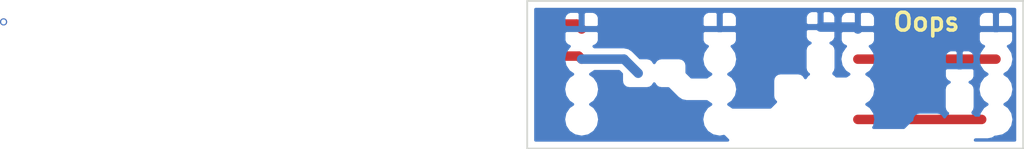
<source format=kicad_pcb>
(kicad_pcb (version 4) (host pcbnew 4.0.7)

  (general
    (links 28)
    (no_connects 0)
    (area 132.004999 87.554999 173.811001 100.151001)
    (thickness 1.6)
    (drawings 7)
    (tracks 44)
    (zones 0)
    (modules 13)
    (nets 7)
  )

  (page A4)
  (layers
    (0 F.Cu signal)
    (31 B.Cu signal)
    (32 B.Adhes user)
    (33 F.Adhes user)
    (34 B.Paste user)
    (35 F.Paste user)
    (36 B.SilkS user)
    (37 F.SilkS user)
    (38 B.Mask user)
    (39 F.Mask user)
    (40 Dwgs.User user)
    (41 Cmts.User user)
    (42 Eco1.User user)
    (43 Eco2.User user)
    (44 Edge.Cuts user)
    (45 Margin user)
    (46 B.CrtYd user)
    (47 F.CrtYd user)
    (48 B.Fab user)
    (49 F.Fab user)
  )

  (setup
    (last_trace_width 0.8)
    (user_trace_width 0.8)
    (trace_clearance 0.2)
    (zone_clearance 0.508)
    (zone_45_only no)
    (trace_min 0.2)
    (segment_width 0.2)
    (edge_width 0.15)
    (via_size 0.6)
    (via_drill 0.4)
    (via_min_size 0.4)
    (via_min_drill 0.3)
    (uvia_size 0.3)
    (uvia_drill 0.1)
    (uvias_allowed no)
    (uvia_min_size 0.2)
    (uvia_min_drill 0.1)
    (pcb_text_width 0.3)
    (pcb_text_size 1.5 1.5)
    (mod_edge_width 0.15)
    (mod_text_size 1 1)
    (mod_text_width 0.15)
    (pad_size 1.524 1.524)
    (pad_drill 0.762)
    (pad_to_mask_clearance 0.2)
    (aux_axis_origin 0 0)
    (visible_elements FFFFFF7F)
    (pcbplotparams
      (layerselection 0x00030_80000001)
      (usegerberextensions false)
      (excludeedgelayer true)
      (linewidth 0.100000)
      (plotframeref false)
      (viasonmask false)
      (mode 1)
      (useauxorigin false)
      (hpglpennumber 1)
      (hpglpenspeed 20)
      (hpglpendiameter 15)
      (hpglpenoverlay 2)
      (psnegative false)
      (psa4output false)
      (plotreference true)
      (plotvalue true)
      (plotinvisibletext false)
      (padsonsilk false)
      (subtractmaskfromsilk false)
      (outputformat 1)
      (mirror false)
      (drillshape 1)
      (scaleselection 1)
      (outputdirectory ""))
  )

  (net 0 "")
  (net 1 GND)
  (net 2 /BUS_B)
  (net 3 /BUS_A)
  (net 4 VCC)
  (net 5 /BUS_D)
  (net 6 /BUS_C)

  (net_class Default "This is the default net class."
    (clearance 0.2)
    (trace_width 0.25)
    (via_dia 0.6)
    (via_drill 0.4)
    (uvia_dia 0.3)
    (uvia_drill 0.1)
    (add_net /BUS_A)
    (add_net /BUS_B)
    (add_net /BUS_C)
    (add_net /BUS_D)
    (add_net GND)
    (add_net VCC)
  )

  (gr_text Oops (at 165.608 89.408) (layer F.SilkS)
    (effects (font (size 1.5 1.5) (thickness 0.3)))
  )
  (gr_line (start 173.736 87.63) (end 132.08 87.63) (layer Edge.Cuts) (width 0.15))
  (gr_line (start 173.736 100.076) (end 173.736 87.63) (layer Edge.Cuts) (width 0.15))
  (gr_line (start 132.08 100.076) (end 173.736 100.076) (layer Edge.Cuts) (width 0.15))
  (gr_line (start 132.08 87.63) (end 132.08 100.076) (layer Edge.Cuts) (width 0.15))

  (via (at 88.1 89.4) (size 0.6) (drill 0.4) (layers F.Cu B.Cu) (net 1))
  (segment (start 156.718 89.836) (end 159.686666 89.836) (width 0.8) (layer B.Cu) (net 1))
  (segment (start 159.686666 89.836) (end 159.850666 90) (width 0.8) (layer B.Cu) (net 1))
  (segment (start 133.604 89.582) (end 136.234 89.582) (width 0.8) (layer F.Cu) (net 1))
  (segment (start 136.234 89.582) (end 136.652 90) (width 0.8) (layer F.Cu) (net 1))
  (segment (start 136.652 92.54) (end 140.212 92.54) (width 0.8) (layer B.Cu) (net 2))
  (segment (start 140.212 92.54) (end 141.398 93.726) (width 0.8) (layer B.Cu) (net 2))
  (segment (start 133.604 92.282) (end 136.394 92.282) (width 0.8) (layer F.Cu) (net 2))
  (segment (start 136.394 92.282) (end 136.652 92.54) (width 0.8) (layer F.Cu) (net 2))
  (segment (start 133.604 94.916) (end 133.604 92.282) (width 0.8) (layer F.Cu) (net 2))
  (segment (start 159.850666 92.54) (end 171.449999 92.54) (width 0.8) (layer F.Cu) (net 2))
  (segment (start 170.247918 97.62) (end 159.850666 97.62) (width 0.8) (layer F.Cu) (net 6))

  (zone (net 1) (net_name GND) (layer B.Cu) (tstamp 0) (hatch edge 0.508)
    (connect_pads (clearance 0.508))
    (min_thickness 0.254)
    (fill yes (arc_segments 16) (thermal_gap 0.508) (thermal_bridge_width 0.508))
    (polygon
      (pts
        (xy 132.08 87.63) (xy 132.08 100.076) (xy 173.736 100.076) (xy 173.736 87.63)
      )
    )
    (filled_polygon
      (pts
        (xy 173.026 99.366) (xy 169.714933 99.366) (xy 169.737481 99.333) (xy 170.771994 99.333) (xy 170.771999 99.333001)
        (xy 171.168076 99.254215) (xy 171.398164 99.100476) (xy 171.420906 99.105) (xy 171.479092 99.105) (xy 172.047377 98.991961)
        (xy 172.529146 98.670054) (xy 172.851053 98.188285) (xy 172.964092 97.62) (xy 172.851053 97.051715) (xy 172.529146 96.569946)
        (xy 172.199973 96.35) (xy 172.529146 96.130054) (xy 172.851053 95.648285) (xy 172.964092 95.08) (xy 172.851053 94.511715)
        (xy 172.529146 94.029946) (xy 172.199973 93.81) (xy 172.529146 93.590054) (xy 172.851053 93.108285) (xy 172.964092 92.54)
        (xy 172.851053 91.971715) (xy 172.529146 91.489946) (xy 172.485222 91.460597) (xy 172.659697 91.388327) (xy 172.838326 91.209699)
        (xy 172.934999 90.97631) (xy 172.934999 90.28575) (xy 172.776249 90.127) (xy 171.576999 90.127) (xy 171.576999 90.147)
        (xy 171.322999 90.147) (xy 171.322999 90.127) (xy 170.123749 90.127) (xy 169.964999 90.28575) (xy 169.964999 90.97631)
        (xy 170.061672 91.209699) (xy 170.240301 91.388327) (xy 170.414776 91.460597) (xy 170.370852 91.489946) (xy 170.048945 91.971715)
        (xy 169.935906 92.54) (xy 170.048945 93.108285) (xy 170.370852 93.590054) (xy 170.700025 93.81) (xy 170.370852 94.029946)
        (xy 170.048945 94.511715) (xy 169.935906 95.08) (xy 170.048945 95.648285) (xy 170.370852 96.130054) (xy 170.700025 96.35)
        (xy 170.370852 96.569946) (xy 170.048945 97.051715) (xy 170.006918 97.263) (xy 169.738844 97.263) (xy 169.69609 97.196559)
        (xy 169.517 97.074192) (xy 169.517 97.032246) (xy 169.648431 96.83989) (xy 169.69944 96.588) (xy 169.69944 95.088)
        (xy 169.655162 94.852683) (xy 169.51609 94.636559) (xy 169.30389 94.491569) (xy 169.27051 94.484809) (xy 169.411699 94.426327)
        (xy 169.590327 94.247698) (xy 169.687 94.014309) (xy 169.687 93.42375) (xy 169.52825 93.265) (xy 168.529 93.265)
        (xy 168.529 93.285) (xy 168.275 93.285) (xy 168.275 93.265) (xy 167.27575 93.265) (xy 167.117 93.42375)
        (xy 167.117 94.014309) (xy 167.213673 94.247698) (xy 167.392301 94.426327) (xy 167.528287 94.482654) (xy 167.516683 94.484838)
        (xy 167.300559 94.62391) (xy 167.155569 94.83611) (xy 167.10456 95.088) (xy 167.10456 96.588) (xy 167.148838 96.823317)
        (xy 167.28791 97.039441) (xy 167.393234 97.111406) (xy 167.280559 97.18391) (xy 167.135569 97.39611) (xy 167.132919 97.409197)
        (xy 166.99609 97.196559) (xy 166.78389 97.051569) (xy 166.532 97.00056) (xy 165.032 97.00056) (xy 164.796683 97.044838)
        (xy 164.580559 97.18391) (xy 164.435569 97.39611) (xy 164.38456 97.648) (xy 164.38456 97.66708) (xy 164.244599 97.760599)
        (xy 163.705198 98.3) (xy 161.177075 98.3) (xy 161.25172 98.188285) (xy 161.364759 97.62) (xy 161.25172 97.051715)
        (xy 160.929813 96.569946) (xy 160.60064 96.35) (xy 160.929813 96.130054) (xy 161.25172 95.648285) (xy 161.364759 95.08)
        (xy 161.25172 94.511715) (xy 160.929813 94.029946) (xy 160.60064 93.81) (xy 160.929813 93.590054) (xy 161.25172 93.108285)
        (xy 161.364759 92.54) (xy 161.3094 92.261691) (xy 167.117 92.261691) (xy 167.117 92.85225) (xy 167.27575 93.011)
        (xy 168.275 93.011) (xy 168.275 91.91175) (xy 168.529 91.91175) (xy 168.529 93.011) (xy 169.52825 93.011)
        (xy 169.687 92.85225) (xy 169.687 92.261691) (xy 169.590327 92.028302) (xy 169.411699 91.849673) (xy 169.17831 91.753)
        (xy 168.68775 91.753) (xy 168.529 91.91175) (xy 168.275 91.91175) (xy 168.11625 91.753) (xy 167.62569 91.753)
        (xy 167.392301 91.849673) (xy 167.213673 92.028302) (xy 167.117 92.261691) (xy 161.3094 92.261691) (xy 161.25172 91.971715)
        (xy 160.929813 91.489946) (xy 160.885889 91.460597) (xy 161.060364 91.388327) (xy 161.238993 91.209699) (xy 161.335666 90.97631)
        (xy 161.335666 90.28575) (xy 161.176916 90.127) (xy 159.977666 90.127) (xy 159.977666 90.147) (xy 159.723666 90.147)
        (xy 159.723666 90.127) (xy 158.524416 90.127) (xy 158.365666 90.28575) (xy 158.365666 90.97631) (xy 158.462339 91.209699)
        (xy 158.640968 91.388327) (xy 158.815443 91.460597) (xy 158.771519 91.489946) (xy 158.449612 91.971715) (xy 158.336573 92.54)
        (xy 158.449612 93.108285) (xy 158.771519 93.590054) (xy 159.100692 93.81) (xy 158.874704 93.961) (xy 158.054844 93.961)
        (xy 158.01209 93.894559) (xy 157.833 93.772192) (xy 157.833 93.730246) (xy 157.964431 93.53789) (xy 158.01544 93.286)
        (xy 158.01544 91.786) (xy 157.971162 91.550683) (xy 157.83209 91.334559) (xy 157.61989 91.189569) (xy 157.58651 91.182809)
        (xy 157.727699 91.124327) (xy 157.906327 90.945698) (xy 158.003 90.712309) (xy 158.003 90.12175) (xy 157.84425 89.963)
        (xy 156.845 89.963) (xy 156.845 89.983) (xy 156.591 89.983) (xy 156.591 89.963) (xy 155.59175 89.963)
        (xy 155.433 90.12175) (xy 155.433 90.712309) (xy 155.529673 90.945698) (xy 155.708301 91.124327) (xy 155.844287 91.180654)
        (xy 155.832683 91.182838) (xy 155.616559 91.32191) (xy 155.471569 91.53411) (xy 155.42056 91.786) (xy 155.42056 93.286)
        (xy 155.464838 93.521317) (xy 155.60391 93.737441) (xy 155.709234 93.809406) (xy 155.596559 93.88191) (xy 155.451569 94.09411)
        (xy 155.448919 94.107197) (xy 155.31209 93.894559) (xy 155.09989 93.749569) (xy 154.848 93.69856) (xy 153.348 93.69856)
        (xy 153.112683 93.742838) (xy 152.896559 93.88191) (xy 152.751569 94.09411) (xy 152.70056 94.346) (xy 152.70056 95.646)
        (xy 152.744838 95.881317) (xy 152.88391 96.097441) (xy 152.942687 96.137602) (xy 152.495288 96.585) (xy 149.340539 96.585)
        (xy 149.33048 96.569946) (xy 149.001307 96.35) (xy 149.33048 96.130054) (xy 149.652387 95.648285) (xy 149.765426 95.08)
        (xy 149.652387 94.511715) (xy 149.33048 94.029946) (xy 149.001307 93.81) (xy 149.33048 93.590054) (xy 149.652387 93.108285)
        (xy 149.765426 92.54) (xy 149.652387 91.971715) (xy 149.33048 91.489946) (xy 149.286556 91.460597) (xy 149.461031 91.388327)
        (xy 149.63966 91.209699) (xy 149.736333 90.97631) (xy 149.736333 90.28575) (xy 149.577583 90.127) (xy 148.378333 90.127)
        (xy 148.378333 90.147) (xy 148.124333 90.147) (xy 148.124333 90.127) (xy 146.925083 90.127) (xy 146.766333 90.28575)
        (xy 146.766333 90.97631) (xy 146.863006 91.209699) (xy 147.041635 91.388327) (xy 147.21611 91.460597) (xy 147.172186 91.489946)
        (xy 146.850279 91.971715) (xy 146.73724 92.54) (xy 146.850279 93.108285) (xy 147.172186 93.590054) (xy 147.501359 93.81)
        (xy 147.172186 94.029946) (xy 147.162127 94.045) (xy 145.880711 94.045) (xy 145.49544 93.659728) (xy 145.49544 93.076)
        (xy 145.451162 92.840683) (xy 145.31209 92.624559) (xy 145.09989 92.479569) (xy 144.848 92.42856) (xy 143.348 92.42856)
        (xy 143.112683 92.472838) (xy 142.896559 92.61191) (xy 142.751569 92.82411) (xy 142.748919 92.837197) (xy 142.61209 92.624559)
        (xy 142.39989 92.479569) (xy 142.148 92.42856) (xy 141.564271 92.42856) (xy 140.943856 91.808144) (xy 140.608077 91.583785)
        (xy 140.212 91.504999) (xy 140.211995 91.505) (xy 137.741206 91.505) (xy 137.731147 91.489946) (xy 137.687223 91.460597)
        (xy 137.861698 91.388327) (xy 138.040327 91.209699) (xy 138.137 90.97631) (xy 138.137 90.28575) (xy 137.97825 90.127)
        (xy 136.779 90.127) (xy 136.779 90.147) (xy 136.525 90.147) (xy 136.525 90.127) (xy 135.32575 90.127)
        (xy 135.167 90.28575) (xy 135.167 90.97631) (xy 135.263673 91.209699) (xy 135.442302 91.388327) (xy 135.616777 91.460597)
        (xy 135.572853 91.489946) (xy 135.250946 91.971715) (xy 135.137907 92.54) (xy 135.250946 93.108285) (xy 135.572853 93.590054)
        (xy 135.902026 93.81) (xy 135.572853 94.029946) (xy 135.250946 94.511715) (xy 135.137907 95.08) (xy 135.250946 95.648285)
        (xy 135.572853 96.130054) (xy 135.902026 96.35) (xy 135.572853 96.569946) (xy 135.250946 97.051715) (xy 135.137907 97.62)
        (xy 135.250946 98.188285) (xy 135.572853 98.670054) (xy 136.054622 98.991961) (xy 136.622907 99.105) (xy 136.681093 99.105)
        (xy 137.249378 98.991961) (xy 137.731147 98.670054) (xy 138.053054 98.188285) (xy 138.166093 97.62) (xy 138.053054 97.051715)
        (xy 137.731147 96.569946) (xy 137.401974 96.35) (xy 137.731147 96.130054) (xy 138.053054 95.648285) (xy 138.166093 95.08)
        (xy 138.053054 94.511715) (xy 137.731147 94.029946) (xy 137.401974 93.81) (xy 137.731147 93.590054) (xy 137.741206 93.575)
        (xy 139.783288 93.575) (xy 140.00056 93.792272) (xy 140.00056 94.376) (xy 140.044838 94.611317) (xy 140.18391 94.827441)
        (xy 140.39611 94.972431) (xy 140.648 95.02344) (xy 142.148 95.02344) (xy 142.383317 94.979162) (xy 142.599441 94.84009)
        (xy 142.744431 94.62789) (xy 142.747081 94.614803) (xy 142.88391 94.827441) (xy 143.09611 94.972431) (xy 143.348 95.02344)
        (xy 143.931728 95.02344) (xy 144.720142 95.811853) (xy 144.720144 95.811856) (xy 145.048118 96.031) (xy 145.055923 96.036215)
        (xy 145.452 96.115001) (xy 145.452005 96.115) (xy 147.162127 96.115) (xy 147.172186 96.130054) (xy 147.501359 96.35)
        (xy 147.172186 96.569946) (xy 146.850279 97.051715) (xy 146.73724 97.62) (xy 146.850279 98.188285) (xy 147.172186 98.670054)
        (xy 147.653955 98.991961) (xy 148.22224 99.105) (xy 148.280426 99.105) (xy 148.598302 99.041771) (xy 148.922531 99.366)
        (xy 132.79 99.366) (xy 132.79 89.02369) (xy 135.167 89.02369) (xy 135.167 89.71425) (xy 135.32575 89.873)
        (xy 136.525 89.873) (xy 136.525 88.67375) (xy 136.779 88.67375) (xy 136.779 89.873) (xy 137.97825 89.873)
        (xy 138.137 89.71425) (xy 138.137 89.02369) (xy 146.766333 89.02369) (xy 146.766333 89.71425) (xy 146.925083 89.873)
        (xy 148.124333 89.873) (xy 148.124333 88.67375) (xy 148.378333 88.67375) (xy 148.378333 89.873) (xy 149.577583 89.873)
        (xy 149.736333 89.71425) (xy 149.736333 89.02369) (xy 149.709824 88.959691) (xy 155.433 88.959691) (xy 155.433 89.55025)
        (xy 155.59175 89.709) (xy 156.591 89.709) (xy 156.591 88.60975) (xy 156.845 88.60975) (xy 156.845 89.709)
        (xy 157.84425 89.709) (xy 158.003 89.55025) (xy 158.003 89.02369) (xy 158.365666 89.02369) (xy 158.365666 89.71425)
        (xy 158.524416 89.873) (xy 159.723666 89.873) (xy 159.723666 88.67375) (xy 159.977666 88.67375) (xy 159.977666 89.873)
        (xy 161.176916 89.873) (xy 161.335666 89.71425) (xy 161.335666 89.02369) (xy 169.964999 89.02369) (xy 169.964999 89.71425)
        (xy 170.123749 89.873) (xy 171.322999 89.873) (xy 171.322999 88.67375) (xy 171.576999 88.67375) (xy 171.576999 89.873)
        (xy 172.776249 89.873) (xy 172.934999 89.71425) (xy 172.934999 89.02369) (xy 172.838326 88.790301) (xy 172.659697 88.611673)
        (xy 172.426308 88.515) (xy 171.735749 88.515) (xy 171.576999 88.67375) (xy 171.322999 88.67375) (xy 171.164249 88.515)
        (xy 170.47369 88.515) (xy 170.240301 88.611673) (xy 170.061672 88.790301) (xy 169.964999 89.02369) (xy 161.335666 89.02369)
        (xy 161.238993 88.790301) (xy 161.060364 88.611673) (xy 160.826975 88.515) (xy 160.136416 88.515) (xy 159.977666 88.67375)
        (xy 159.723666 88.67375) (xy 159.564916 88.515) (xy 158.874357 88.515) (xy 158.640968 88.611673) (xy 158.462339 88.790301)
        (xy 158.365666 89.02369) (xy 158.003 89.02369) (xy 158.003 88.959691) (xy 157.906327 88.726302) (xy 157.727699 88.547673)
        (xy 157.49431 88.451) (xy 157.00375 88.451) (xy 156.845 88.60975) (xy 156.591 88.60975) (xy 156.43225 88.451)
        (xy 155.94169 88.451) (xy 155.708301 88.547673) (xy 155.529673 88.726302) (xy 155.433 88.959691) (xy 149.709824 88.959691)
        (xy 149.63966 88.790301) (xy 149.461031 88.611673) (xy 149.227642 88.515) (xy 148.537083 88.515) (xy 148.378333 88.67375)
        (xy 148.124333 88.67375) (xy 147.965583 88.515) (xy 147.275024 88.515) (xy 147.041635 88.611673) (xy 146.863006 88.790301)
        (xy 146.766333 89.02369) (xy 138.137 89.02369) (xy 138.040327 88.790301) (xy 137.861698 88.611673) (xy 137.628309 88.515)
        (xy 136.93775 88.515) (xy 136.779 88.67375) (xy 136.525 88.67375) (xy 136.36625 88.515) (xy 135.675691 88.515)
        (xy 135.442302 88.611673) (xy 135.263673 88.790301) (xy 135.167 89.02369) (xy 132.79 89.02369) (xy 132.79 88.34)
        (xy 173.026 88.34)
      )
    )
  )
)

</source>
